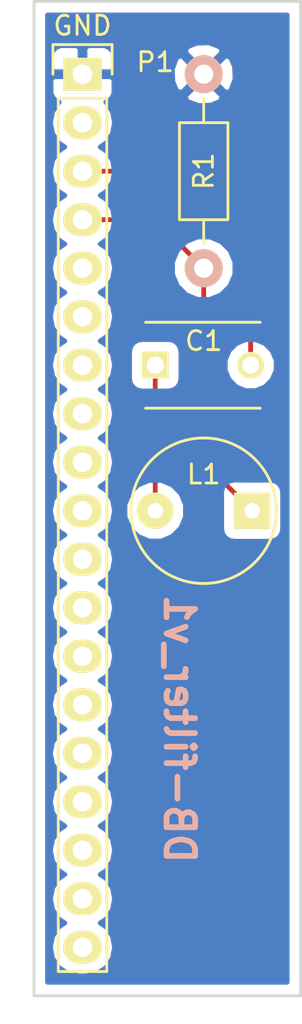
<source format=kicad_pcb>
(kicad_pcb (version 4) (host pcbnew 4.0.4+e1-6308~48~ubuntu16.04.1-stable)

  (general
    (links 5)
    (no_connects 0)
    (area 81.961667 59.614999 97.865001 113.47)
    (thickness 1.6)
    (drawings 5)
    (tracks 8)
    (zones 0)
    (modules 4)
    (nets 5)
  )

  (page A4)
  (layers
    (0 F.Cu signal)
    (31 B.Cu signal)
    (32 B.Adhes user)
    (33 F.Adhes user)
    (34 B.Paste user)
    (35 F.Paste user)
    (36 B.SilkS user)
    (37 F.SilkS user)
    (38 B.Mask user)
    (39 F.Mask user)
    (40 Dwgs.User user)
    (41 Cmts.User user)
    (42 Eco1.User user)
    (43 Eco2.User user)
    (44 Edge.Cuts user)
    (45 Margin user)
    (46 B.CrtYd user)
    (47 F.CrtYd user)
    (48 B.Fab user)
    (49 F.Fab user)
  )

  (setup
    (last_trace_width 0.25)
    (trace_clearance 0.2)
    (zone_clearance 0.508)
    (zone_45_only no)
    (trace_min 0.2)
    (segment_width 0.2)
    (edge_width 0.15)
    (via_size 0.6)
    (via_drill 0.4)
    (via_min_size 0.4)
    (via_min_drill 0.3)
    (uvia_size 0.3)
    (uvia_drill 0.1)
    (uvias_allowed no)
    (uvia_min_size 0.2)
    (uvia_min_drill 0.1)
    (pcb_text_width 0.3)
    (pcb_text_size 1.5 1.5)
    (mod_edge_width 0.15)
    (mod_text_size 1 1)
    (mod_text_width 0.15)
    (pad_size 1.524 1.524)
    (pad_drill 0.762)
    (pad_to_mask_clearance 0.2)
    (aux_axis_origin 0 0)
    (visible_elements 7FFFFFFF)
    (pcbplotparams
      (layerselection 0x010fc_80000001)
      (usegerberextensions true)
      (excludeedgelayer true)
      (linewidth 0.100000)
      (plotframeref false)
      (viasonmask false)
      (mode 1)
      (useauxorigin false)
      (hpglpennumber 1)
      (hpglpenspeed 20)
      (hpglpendiameter 15)
      (hpglpenoverlay 2)
      (psnegative false)
      (psa4output false)
      (plotreference true)
      (plotvalue true)
      (plotinvisibletext false)
      (padsonsilk false)
      (subtractmaskfromsilk false)
      (outputformat 1)
      (mirror false)
      (drillshape 0)
      (scaleselection 1)
      (outputdirectory ../gerber/))
  )

  (net 0 "")
  (net 1 "Net-(C1-Pad1)")
  (net 2 "Net-(C1-Pad2)")
  (net 3 "Net-(L1-Pad1)")
  (net 4 GND)

  (net_class Default "This is the default net class."
    (clearance 0.2)
    (trace_width 0.25)
    (via_dia 0.6)
    (via_drill 0.4)
    (uvia_dia 0.3)
    (uvia_drill 0.1)
    (add_net GND)
    (add_net "Net-(C1-Pad1)")
    (add_net "Net-(C1-Pad2)")
    (add_net "Net-(L1-Pad1)")
  )

  (module Echopen:INDUCTOR_TH_common (layer F.Cu) (tedit 580DD916) (tstamp 57BC7526)
    (at 92.71 86.36 180)
    (descr "Inductor (vertical)")
    (tags INDUCTOR)
    (path /57A4BB11)
    (attr smd)
    (fp_text reference L1 (at 0 1.905 180) (layer F.SilkS)
      (effects (font (size 1 1) (thickness 0.15)))
    )
    (fp_text value 10u (at 0.09906 -1.99898 180) (layer F.Fab)
      (effects (font (size 1 1) (thickness 0.15)))
    )
    (fp_circle (center 0 0) (end 3.81 0) (layer F.SilkS) (width 0.15))
    (pad 1 thru_hole rect (at -2.54 0 180) (size 1.905 1.905) (drill 0.8128) (layers *.Cu *.Mask F.SilkS)
      (net 3 "Net-(L1-Pad1)"))
    (pad 2 thru_hole circle (at 2.54 0 180) (size 1.905 1.905) (drill 0.8128) (layers *.Cu *.Mask F.SilkS)
      (net 1 "Net-(C1-Pad1)"))
    (model Inductors.3dshapes/INDUCTOR_V.wrl
      (at (xyz 0 0 0))
      (scale (xyz 2 2 2))
      (rotate (xyz 0 0 0))
    )
  )

  (module Echopen:C_TH_common (layer F.Cu) (tedit 57B463AA) (tstamp 57BC7521)
    (at 90.17 78.74)
    (descr "Capacitor 6mm Disc, Pitch 5mm")
    (tags Capacitor)
    (path /57A4BA83)
    (attr smd)
    (fp_text reference C1 (at 2.54 -1.27) (layer F.SilkS)
      (effects (font (size 1 1) (thickness 0.15)))
    )
    (fp_text value 1n (at 2.54 1.27) (layer F.Fab)
      (effects (font (size 1 1) (thickness 0.15)))
    )
    (fp_line (start -0.95 -2.5) (end 5.95 -2.5) (layer F.CrtYd) (width 0.05))
    (fp_line (start 5.95 -2.5) (end 5.95 2.5) (layer F.CrtYd) (width 0.05))
    (fp_line (start 5.95 2.5) (end -0.95 2.5) (layer F.CrtYd) (width 0.05))
    (fp_line (start -0.95 2.5) (end -0.95 -2.5) (layer F.CrtYd) (width 0.05))
    (fp_line (start -0.5 -2.25) (end 5.5 -2.25) (layer F.SilkS) (width 0.15))
    (fp_line (start 5.5 2.25) (end -0.5 2.25) (layer F.SilkS) (width 0.15))
    (pad 1 thru_hole rect (at 0 0) (size 1.4 1.4) (drill 0.9) (layers *.Cu *.Mask F.SilkS)
      (net 1 "Net-(C1-Pad1)"))
    (pad 2 thru_hole circle (at 5 0) (size 1.4 1.4) (drill 0.9) (layers *.Cu *.Mask F.SilkS)
      (net 2 "Net-(C1-Pad2)"))
    (model Capacitors_ThroughHole.3dshapes/C_Disc_D6_P5.wrl
      (at (xyz 0.098425 0 0))
      (scale (xyz 1 1 1))
      (rotate (xyz 0 0 0))
    )
  )

  (module Echopen:Header_pin_angled_1x19 (layer F.Cu) (tedit 580DDAA9) (tstamp 57BC752B)
    (at 86.36 86.36)
    (descr "Through hole socket strip")
    (tags "socket strip")
    (path /57A84EF6)
    (attr smd)
    (fp_text reference P1 (at 3.81 -23.495) (layer F.SilkS)
      (effects (font (size 1 1) (thickness 0.15)))
    )
    (fp_text value CONN_01X19 (at 0.635 26.035) (layer F.Fab)
      (effects (font (size 1 1) (thickness 0.15)))
    )
    (fp_text user GND (at 0 -25.4) (layer F.SilkS)
      (effects (font (size 1 1) (thickness 0.15)))
    )
    (fp_line (start 1.75 -24.61) (end -1.75 -24.61) (layer F.CrtYd) (width 0.05))
    (fp_line (start 1.75 24.64) (end -1.75 24.64) (layer F.CrtYd) (width 0.05))
    (fp_line (start 1.75 -24.61) (end 1.75 24.64) (layer F.CrtYd) (width 0.05))
    (fp_line (start -1.75 -24.61) (end -1.75 24.64) (layer F.CrtYd) (width 0.05))
    (fp_line (start -1.27 -21.59) (end -1.27 24.13) (layer F.SilkS) (width 0.15))
    (fp_line (start -1.27 24.13) (end 1.27 24.13) (layer F.SilkS) (width 0.15))
    (fp_line (start 1.27 24.13) (end 1.27 -21.59) (layer F.SilkS) (width 0.15))
    (fp_line (start -1.55 -24.41) (end -1.55 -22.86) (layer F.SilkS) (width 0.15))
    (fp_line (start -1.27 -21.59) (end 1.27 -21.59) (layer F.SilkS) (width 0.15))
    (fp_line (start 1.55 -22.86) (end 1.55 -24.41) (layer F.SilkS) (width 0.15))
    (fp_line (start 1.55 -24.41) (end -1.55 -24.41) (layer F.SilkS) (width 0.15))
    (pad 1 thru_hole rect (at 0 -22.86 270) (size 1.7272 2.032) (drill 1.016) (layers *.Cu *.Mask F.SilkS)
      (net 4 GND))
    (pad 2 thru_hole oval (at 0 -20.32 270) (size 1.7272 2.032) (drill 1.016) (layers *.Cu *.Mask F.SilkS))
    (pad 3 thru_hole oval (at 0 -17.78 270) (size 1.7272 2.032) (drill 1.016) (layers *.Cu *.Mask F.SilkS)
      (net 2 "Net-(C1-Pad2)"))
    (pad 4 thru_hole oval (at 0 -15.24 270) (size 1.7272 2.032) (drill 1.016) (layers *.Cu *.Mask F.SilkS)
      (net 3 "Net-(L1-Pad1)"))
    (pad 5 thru_hole oval (at 0 -12.7 270) (size 1.7272 2.032) (drill 1.016) (layers *.Cu *.Mask F.SilkS))
    (pad 6 thru_hole oval (at 0 -10.16 270) (size 1.7272 2.032) (drill 1.016) (layers *.Cu *.Mask F.SilkS))
    (pad 7 thru_hole oval (at 0 -7.62 270) (size 1.7272 2.032) (drill 1.016) (layers *.Cu *.Mask F.SilkS))
    (pad 8 thru_hole oval (at 0 -5.08 270) (size 1.7272 2.032) (drill 1.016) (layers *.Cu *.Mask F.SilkS))
    (pad 9 thru_hole oval (at 0 -2.54 270) (size 1.7272 2.032) (drill 1.016) (layers *.Cu *.Mask F.SilkS))
    (pad 10 thru_hole oval (at 0 0 270) (size 1.7272 2.032) (drill 1.016) (layers *.Cu *.Mask F.SilkS))
    (pad 11 thru_hole oval (at 0 2.54 270) (size 1.7272 2.032) (drill 1.016) (layers *.Cu *.Mask F.SilkS))
    (pad 12 thru_hole oval (at 0 5.08 270) (size 1.7272 2.032) (drill 1.016) (layers *.Cu *.Mask F.SilkS))
    (pad 13 thru_hole oval (at 0 7.62 270) (size 1.7272 2.032) (drill 1.016) (layers *.Cu *.Mask F.SilkS))
    (pad 14 thru_hole oval (at 0 10.16 270) (size 1.7272 2.032) (drill 1.016) (layers *.Cu *.Mask F.SilkS))
    (pad 15 thru_hole oval (at 0 12.7 270) (size 1.7272 2.032) (drill 1.016) (layers *.Cu *.Mask F.SilkS))
    (pad 16 thru_hole oval (at 0 15.24 270) (size 1.7272 2.032) (drill 1.016) (layers *.Cu *.Mask F.SilkS))
    (pad 17 thru_hole oval (at 0 17.78 270) (size 1.7272 2.032) (drill 1.016) (layers *.Cu *.Mask F.SilkS))
    (pad 18 thru_hole oval (at 0 20.32 270) (size 1.7272 2.032) (drill 1.016) (layers *.Cu *.Mask F.SilkS))
    (pad 19 thru_hole oval (at 0 22.86 270) (size 1.7272 2.032) (drill 1.016) (layers *.Cu *.Mask F.SilkS))
    (model Pin_Headers.3dshapes/Pin_Header_Angled_1x19.wrl
      (at (xyz 0 0 0))
      (scale (xyz 1 1 1))
      (rotate (xyz 0 0 -90))
    )
  )

  (module Echopen:Resistor_TH_common (layer F.Cu) (tedit 580DD939) (tstamp 57BC7541)
    (at 92.71 73.66 90)
    (descr "Resistor, Axial,  RM 10mm, 1/3W")
    (tags "Resistor Axial RM 10mm 1/3W")
    (path /57A4BBB6)
    (attr smd)
    (fp_text reference R1 (at 5.08 0 90) (layer F.SilkS)
      (effects (font (size 1 1) (thickness 0.15)))
    )
    (fp_text value 330 (at 5.08 1.905 90) (layer F.Fab)
      (effects (font (size 1 1) (thickness 0.15)))
    )
    (fp_line (start -1.25 -1.5) (end 11.4 -1.5) (layer F.CrtYd) (width 0.05))
    (fp_line (start -1.25 1.5) (end -1.25 -1.5) (layer F.CrtYd) (width 0.05))
    (fp_line (start 11.4 -1.5) (end 11.4 1.5) (layer F.CrtYd) (width 0.05))
    (fp_line (start -1.25 1.5) (end 11.4 1.5) (layer F.CrtYd) (width 0.05))
    (fp_line (start 2.54 -1.27) (end 7.62 -1.27) (layer F.SilkS) (width 0.15))
    (fp_line (start 7.62 -1.27) (end 7.62 1.27) (layer F.SilkS) (width 0.15))
    (fp_line (start 7.62 1.27) (end 2.54 1.27) (layer F.SilkS) (width 0.15))
    (fp_line (start 2.54 1.27) (end 2.54 -1.27) (layer F.SilkS) (width 0.15))
    (fp_line (start 2.54 0) (end 1.27 0) (layer F.SilkS) (width 0.15))
    (fp_line (start 7.62 0) (end 8.89 0) (layer F.SilkS) (width 0.15))
    (pad 1 thru_hole circle (at 0 0 90) (size 1.99898 1.99898) (drill 1.00076) (layers *.Cu *.SilkS *.Mask)
      (net 3 "Net-(L1-Pad1)"))
    (pad 2 thru_hole circle (at 10.16 0 90) (size 1.99898 1.99898) (drill 1.00076) (layers *.Cu *.SilkS *.Mask)
      (net 4 GND))
    (model Resistors_ThroughHole.3dshapes/Resistor_Horizontal_RM10mm.wrl
      (at (xyz 0.2 0 0))
      (scale (xyz 0.4 0.4 0.4))
      (rotate (xyz 0 0 0))
    )
  )

  (gr_text DB-filter_v1 (at 91.44 97.79 270) (layer B.SilkS)
    (effects (font (size 1.5 1.5) (thickness 0.3)) (justify mirror))
  )
  (gr_line (start 97.79 111.76) (end 83.82 111.76) (angle 90) (layer Edge.Cuts) (width 0.15))
  (gr_line (start 97.79 59.69) (end 97.79 111.76) (angle 90) (layer Edge.Cuts) (width 0.15))
  (gr_line (start 83.82 59.69) (end 97.79 59.69) (angle 90) (layer Edge.Cuts) (width 0.15))
  (gr_line (start 83.82 59.69) (end 83.82 111.76) (angle 90) (layer Edge.Cuts) (width 0.15))

  (segment (start 90.17 78.74) (end 90.17 86.36) (width 0.25) (layer F.Cu) (net 1))
  (segment (start 86.36 68.58) (end 90.17 68.58) (width 0.25) (layer F.Cu) (net 2))
  (segment (start 95.17 73.58) (end 95.17 78.74) (width 0.25) (layer F.Cu) (net 2) (tstamp 57BC7580))
  (segment (start 90.17 68.58) (end 95.17 73.58) (width 0.25) (layer F.Cu) (net 2) (tstamp 57BC757D))
  (segment (start 86.36 71.12) (end 90.17 71.12) (width 0.25) (layer F.Cu) (net 3))
  (segment (start 90.17 71.12) (end 92.71 73.66) (width 0.25) (layer F.Cu) (net 3) (tstamp 57BC7579))
  (segment (start 92.71 73.66) (end 92.71 83.82) (width 0.25) (layer F.Cu) (net 3))
  (segment (start 92.71 83.82) (end 95.25 86.36) (width 0.25) (layer F.Cu) (net 3) (tstamp 57BB3B64))

  (zone (net 4) (net_name GND) (layer F.Cu) (tstamp 57BC756E) (hatch edge 0.508)
    (connect_pads (clearance 0.508))
    (min_thickness 0.254)
    (fill yes (arc_segments 16) (thermal_gap 0.508) (thermal_bridge_width 0.508))
    (polygon
      (pts
        (xy 97.79 111.76) (xy 83.82 111.76) (xy 83.82 59.69) (xy 97.79 59.69)
      )
    )
    (filled_polygon
      (pts
        (xy 97.08 111.05) (xy 84.53 111.05) (xy 84.53 66.04) (xy 84.676655 66.04) (xy 84.790729 66.613489)
        (xy 85.115585 67.09967) (xy 85.430366 67.31) (xy 85.115585 67.52033) (xy 84.790729 68.006511) (xy 84.676655 68.58)
        (xy 84.790729 69.153489) (xy 85.115585 69.63967) (xy 85.430366 69.85) (xy 85.115585 70.06033) (xy 84.790729 70.546511)
        (xy 84.676655 71.12) (xy 84.790729 71.693489) (xy 85.115585 72.17967) (xy 85.430366 72.39) (xy 85.115585 72.60033)
        (xy 84.790729 73.086511) (xy 84.676655 73.66) (xy 84.790729 74.233489) (xy 85.115585 74.71967) (xy 85.430366 74.93)
        (xy 85.115585 75.14033) (xy 84.790729 75.626511) (xy 84.676655 76.2) (xy 84.790729 76.773489) (xy 85.115585 77.25967)
        (xy 85.430366 77.47) (xy 85.115585 77.68033) (xy 84.790729 78.166511) (xy 84.676655 78.74) (xy 84.790729 79.313489)
        (xy 85.115585 79.79967) (xy 85.430366 80.01) (xy 85.115585 80.22033) (xy 84.790729 80.706511) (xy 84.676655 81.28)
        (xy 84.790729 81.853489) (xy 85.115585 82.33967) (xy 85.430366 82.55) (xy 85.115585 82.76033) (xy 84.790729 83.246511)
        (xy 84.676655 83.82) (xy 84.790729 84.393489) (xy 85.115585 84.87967) (xy 85.430366 85.09) (xy 85.115585 85.30033)
        (xy 84.790729 85.786511) (xy 84.676655 86.36) (xy 84.790729 86.933489) (xy 85.115585 87.41967) (xy 85.430366 87.63)
        (xy 85.115585 87.84033) (xy 84.790729 88.326511) (xy 84.676655 88.9) (xy 84.790729 89.473489) (xy 85.115585 89.95967)
        (xy 85.430366 90.17) (xy 85.115585 90.38033) (xy 84.790729 90.866511) (xy 84.676655 91.44) (xy 84.790729 92.013489)
        (xy 85.115585 92.49967) (xy 85.430366 92.71) (xy 85.115585 92.92033) (xy 84.790729 93.406511) (xy 84.676655 93.98)
        (xy 84.790729 94.553489) (xy 85.115585 95.03967) (xy 85.430366 95.25) (xy 85.115585 95.46033) (xy 84.790729 95.946511)
        (xy 84.676655 96.52) (xy 84.790729 97.093489) (xy 85.115585 97.57967) (xy 85.430366 97.79) (xy 85.115585 98.00033)
        (xy 84.790729 98.486511) (xy 84.676655 99.06) (xy 84.790729 99.633489) (xy 85.115585 100.11967) (xy 85.430366 100.33)
        (xy 85.115585 100.54033) (xy 84.790729 101.026511) (xy 84.676655 101.6) (xy 84.790729 102.173489) (xy 85.115585 102.65967)
        (xy 85.430366 102.87) (xy 85.115585 103.08033) (xy 84.790729 103.566511) (xy 84.676655 104.14) (xy 84.790729 104.713489)
        (xy 85.115585 105.19967) (xy 85.430366 105.41) (xy 85.115585 105.62033) (xy 84.790729 106.106511) (xy 84.676655 106.68)
        (xy 84.790729 107.253489) (xy 85.115585 107.73967) (xy 85.430366 107.95) (xy 85.115585 108.16033) (xy 84.790729 108.646511)
        (xy 84.676655 109.22) (xy 84.790729 109.793489) (xy 85.115585 110.27967) (xy 85.601766 110.604526) (xy 86.175255 110.7186)
        (xy 86.544745 110.7186) (xy 87.118234 110.604526) (xy 87.604415 110.27967) (xy 87.929271 109.793489) (xy 88.043345 109.22)
        (xy 87.929271 108.646511) (xy 87.604415 108.16033) (xy 87.289634 107.95) (xy 87.604415 107.73967) (xy 87.929271 107.253489)
        (xy 88.043345 106.68) (xy 87.929271 106.106511) (xy 87.604415 105.62033) (xy 87.289634 105.41) (xy 87.604415 105.19967)
        (xy 87.929271 104.713489) (xy 88.043345 104.14) (xy 87.929271 103.566511) (xy 87.604415 103.08033) (xy 87.289634 102.87)
        (xy 87.604415 102.65967) (xy 87.929271 102.173489) (xy 88.043345 101.6) (xy 87.929271 101.026511) (xy 87.604415 100.54033)
        (xy 87.289634 100.33) (xy 87.604415 100.11967) (xy 87.929271 99.633489) (xy 88.043345 99.06) (xy 87.929271 98.486511)
        (xy 87.604415 98.00033) (xy 87.289634 97.79) (xy 87.604415 97.57967) (xy 87.929271 97.093489) (xy 88.043345 96.52)
        (xy 87.929271 95.946511) (xy 87.604415 95.46033) (xy 87.289634 95.25) (xy 87.604415 95.03967) (xy 87.929271 94.553489)
        (xy 88.043345 93.98) (xy 87.929271 93.406511) (xy 87.604415 92.92033) (xy 87.289634 92.71) (xy 87.604415 92.49967)
        (xy 87.929271 92.013489) (xy 88.043345 91.44) (xy 87.929271 90.866511) (xy 87.604415 90.38033) (xy 87.289634 90.17)
        (xy 87.604415 89.95967) (xy 87.929271 89.473489) (xy 88.043345 88.9) (xy 87.929271 88.326511) (xy 87.604415 87.84033)
        (xy 87.289634 87.63) (xy 87.604415 87.41967) (xy 87.929271 86.933489) (xy 87.980809 86.674388) (xy 88.582225 86.674388)
        (xy 88.823398 87.258072) (xy 89.269579 87.705032) (xy 89.852841 87.947224) (xy 90.484388 87.947775) (xy 91.068072 87.706602)
        (xy 91.515032 87.260421) (xy 91.757224 86.677159) (xy 91.757775 86.045612) (xy 91.516602 85.461928) (xy 91.070421 85.014968)
        (xy 90.93 84.95666) (xy 90.93 80.07615) (xy 91.105317 80.043162) (xy 91.321441 79.90409) (xy 91.466431 79.69189)
        (xy 91.51744 79.44) (xy 91.51744 78.04) (xy 91.473162 77.804683) (xy 91.33409 77.588559) (xy 91.12189 77.443569)
        (xy 90.87 77.39256) (xy 89.47 77.39256) (xy 89.234683 77.436838) (xy 89.018559 77.57591) (xy 88.873569 77.78811)
        (xy 88.82256 78.04) (xy 88.82256 79.44) (xy 88.866838 79.675317) (xy 89.00591 79.891441) (xy 89.21811 80.036431)
        (xy 89.41 80.07529) (xy 89.41 84.956348) (xy 89.271928 85.013398) (xy 88.824968 85.459579) (xy 88.582776 86.042841)
        (xy 88.582225 86.674388) (xy 87.980809 86.674388) (xy 88.043345 86.36) (xy 87.929271 85.786511) (xy 87.604415 85.30033)
        (xy 87.289634 85.09) (xy 87.604415 84.87967) (xy 87.929271 84.393489) (xy 88.043345 83.82) (xy 87.929271 83.246511)
        (xy 87.604415 82.76033) (xy 87.289634 82.55) (xy 87.604415 82.33967) (xy 87.929271 81.853489) (xy 88.043345 81.28)
        (xy 87.929271 80.706511) (xy 87.604415 80.22033) (xy 87.289634 80.01) (xy 87.604415 79.79967) (xy 87.929271 79.313489)
        (xy 88.043345 78.74) (xy 87.929271 78.166511) (xy 87.604415 77.68033) (xy 87.289634 77.47) (xy 87.604415 77.25967)
        (xy 87.929271 76.773489) (xy 88.043345 76.2) (xy 87.929271 75.626511) (xy 87.604415 75.14033) (xy 87.289634 74.93)
        (xy 87.604415 74.71967) (xy 87.929271 74.233489) (xy 88.043345 73.66) (xy 87.929271 73.086511) (xy 87.604415 72.60033)
        (xy 87.289634 72.39) (xy 87.604415 72.17967) (xy 87.804648 71.88) (xy 89.855198 71.88) (xy 91.144115 73.168917)
        (xy 91.075794 73.333453) (xy 91.075226 73.983694) (xy 91.323538 74.584655) (xy 91.782927 75.044846) (xy 91.95 75.114221)
        (xy 91.95 83.82) (xy 92.007852 84.110839) (xy 92.172599 84.357401) (xy 93.65006 85.834862) (xy 93.65006 87.3125)
        (xy 93.694338 87.547817) (xy 93.83341 87.763941) (xy 94.04561 87.908931) (xy 94.2975 87.95994) (xy 96.2025 87.95994)
        (xy 96.437817 87.915662) (xy 96.653941 87.77659) (xy 96.798931 87.56439) (xy 96.84994 87.3125) (xy 96.84994 85.4075)
        (xy 96.805662 85.172183) (xy 96.66659 84.956059) (xy 96.45439 84.811069) (xy 96.2025 84.76006) (xy 94.724862 84.76006)
        (xy 93.47 83.505198) (xy 93.47 75.114496) (xy 93.634655 75.046462) (xy 94.094846 74.587073) (xy 94.344206 73.986547)
        (xy 94.344343 73.829145) (xy 94.41 73.894802) (xy 94.41 77.612345) (xy 94.038902 77.982796) (xy 93.835232 78.473287)
        (xy 93.834769 79.004383) (xy 94.037582 79.495229) (xy 94.412796 79.871098) (xy 94.903287 80.074768) (xy 95.434383 80.075231)
        (xy 95.925229 79.872418) (xy 96.301098 79.497204) (xy 96.504768 79.006713) (xy 96.505231 78.475617) (xy 96.302418 77.984771)
        (xy 95.93 77.611703) (xy 95.93 73.58) (xy 95.872148 73.289161) (xy 95.707401 73.042599) (xy 90.707401 68.042599)
        (xy 90.460839 67.877852) (xy 90.17 67.82) (xy 87.804648 67.82) (xy 87.604415 67.52033) (xy 87.289634 67.31)
        (xy 87.604415 67.09967) (xy 87.929271 66.613489) (xy 88.043345 66.04) (xy 87.929271 65.466511) (xy 87.604415 64.98033)
        (xy 87.58222 64.9655) (xy 87.735699 64.901927) (xy 87.914327 64.723298) (xy 87.943792 64.652163) (xy 91.737443 64.652163)
        (xy 91.836042 64.918965) (xy 92.445582 65.145401) (xy 93.095377 65.121341) (xy 93.583958 64.918965) (xy 93.682557 64.652163)
        (xy 92.71 63.679605) (xy 91.737443 64.652163) (xy 87.943792 64.652163) (xy 88.011 64.489909) (xy 88.011 63.78575)
        (xy 87.85225 63.627) (xy 86.487 63.627) (xy 86.487 63.647) (xy 86.233 63.647) (xy 86.233 63.627)
        (xy 84.86775 63.627) (xy 84.709 63.78575) (xy 84.709 64.489909) (xy 84.805673 64.723298) (xy 84.984301 64.901927)
        (xy 85.13778 64.9655) (xy 85.115585 64.98033) (xy 84.790729 65.466511) (xy 84.676655 66.04) (xy 84.53 66.04)
        (xy 84.53 62.510091) (xy 84.709 62.510091) (xy 84.709 63.21425) (xy 84.86775 63.373) (xy 86.233 63.373)
        (xy 86.233 62.16015) (xy 86.487 62.16015) (xy 86.487 63.373) (xy 87.85225 63.373) (xy 87.989668 63.235582)
        (xy 91.064599 63.235582) (xy 91.088659 63.885377) (xy 91.291035 64.373958) (xy 91.557837 64.472557) (xy 92.530395 63.5)
        (xy 92.889605 63.5) (xy 93.862163 64.472557) (xy 94.128965 64.373958) (xy 94.355401 63.764418) (xy 94.331341 63.114623)
        (xy 94.128965 62.626042) (xy 93.862163 62.527443) (xy 92.889605 63.5) (xy 92.530395 63.5) (xy 91.557837 62.527443)
        (xy 91.291035 62.626042) (xy 91.064599 63.235582) (xy 87.989668 63.235582) (xy 88.011 63.21425) (xy 88.011 62.510091)
        (xy 87.943793 62.347837) (xy 91.737443 62.347837) (xy 92.71 63.320395) (xy 93.682557 62.347837) (xy 93.583958 62.081035)
        (xy 92.974418 61.854599) (xy 92.324623 61.878659) (xy 91.836042 62.081035) (xy 91.737443 62.347837) (xy 87.943793 62.347837)
        (xy 87.914327 62.276702) (xy 87.735699 62.098073) (xy 87.50231 62.0014) (xy 86.64575 62.0014) (xy 86.487 62.16015)
        (xy 86.233 62.16015) (xy 86.07425 62.0014) (xy 85.21769 62.0014) (xy 84.984301 62.098073) (xy 84.805673 62.276702)
        (xy 84.709 62.510091) (xy 84.53 62.510091) (xy 84.53 60.4) (xy 97.08 60.4)
      )
    )
  )
  (zone (net 4) (net_name GND) (layer B.Cu) (tstamp 57BC756F) (hatch edge 0.508)
    (connect_pads (clearance 0.508))
    (min_thickness 0.254)
    (fill yes (arc_segments 16) (thermal_gap 0.508) (thermal_bridge_width 0.508))
    (polygon
      (pts
        (xy 97.79 111.76) (xy 83.82 111.76) (xy 83.82 59.69) (xy 97.79 59.69)
      )
    )
    (filled_polygon
      (pts
        (xy 97.08 111.05) (xy 84.53 111.05) (xy 84.53 66.04) (xy 84.676655 66.04) (xy 84.790729 66.613489)
        (xy 85.115585 67.09967) (xy 85.430366 67.31) (xy 85.115585 67.52033) (xy 84.790729 68.006511) (xy 84.676655 68.58)
        (xy 84.790729 69.153489) (xy 85.115585 69.63967) (xy 85.430366 69.85) (xy 85.115585 70.06033) (xy 84.790729 70.546511)
        (xy 84.676655 71.12) (xy 84.790729 71.693489) (xy 85.115585 72.17967) (xy 85.430366 72.39) (xy 85.115585 72.60033)
        (xy 84.790729 73.086511) (xy 84.676655 73.66) (xy 84.790729 74.233489) (xy 85.115585 74.71967) (xy 85.430366 74.93)
        (xy 85.115585 75.14033) (xy 84.790729 75.626511) (xy 84.676655 76.2) (xy 84.790729 76.773489) (xy 85.115585 77.25967)
        (xy 85.430366 77.47) (xy 85.115585 77.68033) (xy 84.790729 78.166511) (xy 84.676655 78.74) (xy 84.790729 79.313489)
        (xy 85.115585 79.79967) (xy 85.430366 80.01) (xy 85.115585 80.22033) (xy 84.790729 80.706511) (xy 84.676655 81.28)
        (xy 84.790729 81.853489) (xy 85.115585 82.33967) (xy 85.430366 82.55) (xy 85.115585 82.76033) (xy 84.790729 83.246511)
        (xy 84.676655 83.82) (xy 84.790729 84.393489) (xy 85.115585 84.87967) (xy 85.430366 85.09) (xy 85.115585 85.30033)
        (xy 84.790729 85.786511) (xy 84.676655 86.36) (xy 84.790729 86.933489) (xy 85.115585 87.41967) (xy 85.430366 87.63)
        (xy 85.115585 87.84033) (xy 84.790729 88.326511) (xy 84.676655 88.9) (xy 84.790729 89.473489) (xy 85.115585 89.95967)
        (xy 85.430366 90.17) (xy 85.115585 90.38033) (xy 84.790729 90.866511) (xy 84.676655 91.44) (xy 84.790729 92.013489)
        (xy 85.115585 92.49967) (xy 85.430366 92.71) (xy 85.115585 92.92033) (xy 84.790729 93.406511) (xy 84.676655 93.98)
        (xy 84.790729 94.553489) (xy 85.115585 95.03967) (xy 85.430366 95.25) (xy 85.115585 95.46033) (xy 84.790729 95.946511)
        (xy 84.676655 96.52) (xy 84.790729 97.093489) (xy 85.115585 97.57967) (xy 85.430366 97.79) (xy 85.115585 98.00033)
        (xy 84.790729 98.486511) (xy 84.676655 99.06) (xy 84.790729 99.633489) (xy 85.115585 100.11967) (xy 85.430366 100.33)
        (xy 85.115585 100.54033) (xy 84.790729 101.026511) (xy 84.676655 101.6) (xy 84.790729 102.173489) (xy 85.115585 102.65967)
        (xy 85.430366 102.87) (xy 85.115585 103.08033) (xy 84.790729 103.566511) (xy 84.676655 104.14) (xy 84.790729 104.713489)
        (xy 85.115585 105.19967) (xy 85.430366 105.41) (xy 85.115585 105.62033) (xy 84.790729 106.106511) (xy 84.676655 106.68)
        (xy 84.790729 107.253489) (xy 85.115585 107.73967) (xy 85.430366 107.95) (xy 85.115585 108.16033) (xy 84.790729 108.646511)
        (xy 84.676655 109.22) (xy 84.790729 109.793489) (xy 85.115585 110.27967) (xy 85.601766 110.604526) (xy 86.175255 110.7186)
        (xy 86.544745 110.7186) (xy 87.118234 110.604526) (xy 87.604415 110.27967) (xy 87.929271 109.793489) (xy 88.043345 109.22)
        (xy 87.929271 108.646511) (xy 87.604415 108.16033) (xy 87.289634 107.95) (xy 87.604415 107.73967) (xy 87.929271 107.253489)
        (xy 88.043345 106.68) (xy 87.929271 106.106511) (xy 87.604415 105.62033) (xy 87.289634 105.41) (xy 87.604415 105.19967)
        (xy 87.929271 104.713489) (xy 88.043345 104.14) (xy 87.929271 103.566511) (xy 87.604415 103.08033) (xy 87.289634 102.87)
        (xy 87.604415 102.65967) (xy 87.929271 102.173489) (xy 88.043345 101.6) (xy 87.929271 101.026511) (xy 87.604415 100.54033)
        (xy 87.289634 100.33) (xy 87.604415 100.11967) (xy 87.929271 99.633489) (xy 88.043345 99.06) (xy 87.929271 98.486511)
        (xy 87.604415 98.00033) (xy 87.289634 97.79) (xy 87.604415 97.57967) (xy 87.929271 97.093489) (xy 88.043345 96.52)
        (xy 87.929271 95.946511) (xy 87.604415 95.46033) (xy 87.289634 95.25) (xy 87.604415 95.03967) (xy 87.929271 94.553489)
        (xy 88.043345 93.98) (xy 87.929271 93.406511) (xy 87.604415 92.92033) (xy 87.289634 92.71) (xy 87.604415 92.49967)
        (xy 87.929271 92.013489) (xy 88.043345 91.44) (xy 87.929271 90.866511) (xy 87.604415 90.38033) (xy 87.289634 90.17)
        (xy 87.604415 89.95967) (xy 87.929271 89.473489) (xy 88.043345 88.9) (xy 87.929271 88.326511) (xy 87.604415 87.84033)
        (xy 87.289634 87.63) (xy 87.604415 87.41967) (xy 87.929271 86.933489) (xy 87.980809 86.674388) (xy 88.582225 86.674388)
        (xy 88.823398 87.258072) (xy 89.269579 87.705032) (xy 89.852841 87.947224) (xy 90.484388 87.947775) (xy 91.068072 87.706602)
        (xy 91.515032 87.260421) (xy 91.757224 86.677159) (xy 91.757775 86.045612) (xy 91.516602 85.461928) (xy 91.462269 85.4075)
        (xy 93.65006 85.4075) (xy 93.65006 87.3125) (xy 93.694338 87.547817) (xy 93.83341 87.763941) (xy 94.04561 87.908931)
        (xy 94.2975 87.95994) (xy 96.2025 87.95994) (xy 96.437817 87.915662) (xy 96.653941 87.77659) (xy 96.798931 87.56439)
        (xy 96.84994 87.3125) (xy 96.84994 85.4075) (xy 96.805662 85.172183) (xy 96.66659 84.956059) (xy 96.45439 84.811069)
        (xy 96.2025 84.76006) (xy 94.2975 84.76006) (xy 94.062183 84.804338) (xy 93.846059 84.94341) (xy 93.701069 85.15561)
        (xy 93.65006 85.4075) (xy 91.462269 85.4075) (xy 91.070421 85.014968) (xy 90.487159 84.772776) (xy 89.855612 84.772225)
        (xy 89.271928 85.013398) (xy 88.824968 85.459579) (xy 88.582776 86.042841) (xy 88.582225 86.674388) (xy 87.980809 86.674388)
        (xy 88.043345 86.36) (xy 87.929271 85.786511) (xy 87.604415 85.30033) (xy 87.289634 85.09) (xy 87.604415 84.87967)
        (xy 87.929271 84.393489) (xy 88.043345 83.82) (xy 87.929271 83.246511) (xy 87.604415 82.76033) (xy 87.289634 82.55)
        (xy 87.604415 82.33967) (xy 87.929271 81.853489) (xy 88.043345 81.28) (xy 87.929271 80.706511) (xy 87.604415 80.22033)
        (xy 87.289634 80.01) (xy 87.604415 79.79967) (xy 87.929271 79.313489) (xy 88.043345 78.74) (xy 87.929271 78.166511)
        (xy 87.844739 78.04) (xy 88.82256 78.04) (xy 88.82256 79.44) (xy 88.866838 79.675317) (xy 89.00591 79.891441)
        (xy 89.21811 80.036431) (xy 89.47 80.08744) (xy 90.87 80.08744) (xy 91.105317 80.043162) (xy 91.321441 79.90409)
        (xy 91.466431 79.69189) (xy 91.51744 79.44) (xy 91.51744 79.004383) (xy 93.834769 79.004383) (xy 94.037582 79.495229)
        (xy 94.412796 79.871098) (xy 94.903287 80.074768) (xy 95.434383 80.075231) (xy 95.925229 79.872418) (xy 96.301098 79.497204)
        (xy 96.504768 79.006713) (xy 96.505231 78.475617) (xy 96.302418 77.984771) (xy 95.927204 77.608902) (xy 95.436713 77.405232)
        (xy 94.905617 77.404769) (xy 94.414771 77.607582) (xy 94.038902 77.982796) (xy 93.835232 78.473287) (xy 93.834769 79.004383)
        (xy 91.51744 79.004383) (xy 91.51744 78.04) (xy 91.473162 77.804683) (xy 91.33409 77.588559) (xy 91.12189 77.443569)
        (xy 90.87 77.39256) (xy 89.47 77.39256) (xy 89.234683 77.436838) (xy 89.018559 77.57591) (xy 88.873569 77.78811)
        (xy 88.82256 78.04) (xy 87.844739 78.04) (xy 87.604415 77.68033) (xy 87.289634 77.47) (xy 87.604415 77.25967)
        (xy 87.929271 76.773489) (xy 88.043345 76.2) (xy 87.929271 75.626511) (xy 87.604415 75.14033) (xy 87.289634 74.93)
        (xy 87.604415 74.71967) (xy 87.929271 74.233489) (xy 87.978958 73.983694) (xy 91.075226 73.983694) (xy 91.323538 74.584655)
        (xy 91.782927 75.044846) (xy 92.383453 75.294206) (xy 93.033694 75.294774) (xy 93.634655 75.046462) (xy 94.094846 74.587073)
        (xy 94.344206 73.986547) (xy 94.344774 73.336306) (xy 94.096462 72.735345) (xy 93.637073 72.275154) (xy 93.036547 72.025794)
        (xy 92.386306 72.025226) (xy 91.785345 72.273538) (xy 91.325154 72.732927) (xy 91.075794 73.333453) (xy 91.075226 73.983694)
        (xy 87.978958 73.983694) (xy 88.043345 73.66) (xy 87.929271 73.086511) (xy 87.604415 72.60033) (xy 87.289634 72.39)
        (xy 87.604415 72.17967) (xy 87.929271 71.693489) (xy 88.043345 71.12) (xy 87.929271 70.546511) (xy 87.604415 70.06033)
        (xy 87.289634 69.85) (xy 87.604415 69.63967) (xy 87.929271 69.153489) (xy 88.043345 68.58) (xy 87.929271 68.006511)
        (xy 87.604415 67.52033) (xy 87.289634 67.31) (xy 87.604415 67.09967) (xy 87.929271 66.613489) (xy 88.043345 66.04)
        (xy 87.929271 65.466511) (xy 87.604415 64.98033) (xy 87.58222 64.9655) (xy 87.735699 64.901927) (xy 87.914327 64.723298)
        (xy 87.943792 64.652163) (xy 91.737443 64.652163) (xy 91.836042 64.918965) (xy 92.445582 65.145401) (xy 93.095377 65.121341)
        (xy 93.583958 64.918965) (xy 93.682557 64.652163) (xy 92.71 63.679605) (xy 91.737443 64.652163) (xy 87.943792 64.652163)
        (xy 88.011 64.489909) (xy 88.011 63.78575) (xy 87.85225 63.627) (xy 86.487 63.627) (xy 86.487 63.647)
        (xy 86.233 63.647) (xy 86.233 63.627) (xy 84.86775 63.627) (xy 84.709 63.78575) (xy 84.709 64.489909)
        (xy 84.805673 64.723298) (xy 84.984301 64.901927) (xy 85.13778 64.9655) (xy 85.115585 64.98033) (xy 84.790729 65.466511)
        (xy 84.676655 66.04) (xy 84.53 66.04) (xy 84.53 62.510091) (xy 84.709 62.510091) (xy 84.709 63.21425)
        (xy 84.86775 63.373) (xy 86.233 63.373) (xy 86.233 62.16015) (xy 86.487 62.16015) (xy 86.487 63.373)
        (xy 87.85225 63.373) (xy 87.989668 63.235582) (xy 91.064599 63.235582) (xy 91.088659 63.885377) (xy 91.291035 64.373958)
        (xy 91.557837 64.472557) (xy 92.530395 63.5) (xy 92.889605 63.5) (xy 93.862163 64.472557) (xy 94.128965 64.373958)
        (xy 94.355401 63.764418) (xy 94.331341 63.114623) (xy 94.128965 62.626042) (xy 93.862163 62.527443) (xy 92.889605 63.5)
        (xy 92.530395 63.5) (xy 91.557837 62.527443) (xy 91.291035 62.626042) (xy 91.064599 63.235582) (xy 87.989668 63.235582)
        (xy 88.011 63.21425) (xy 88.011 62.510091) (xy 87.943793 62.347837) (xy 91.737443 62.347837) (xy 92.71 63.320395)
        (xy 93.682557 62.347837) (xy 93.583958 62.081035) (xy 92.974418 61.854599) (xy 92.324623 61.878659) (xy 91.836042 62.081035)
        (xy 91.737443 62.347837) (xy 87.943793 62.347837) (xy 87.914327 62.276702) (xy 87.735699 62.098073) (xy 87.50231 62.0014)
        (xy 86.64575 62.0014) (xy 86.487 62.16015) (xy 86.233 62.16015) (xy 86.07425 62.0014) (xy 85.21769 62.0014)
        (xy 84.984301 62.098073) (xy 84.805673 62.276702) (xy 84.709 62.510091) (xy 84.53 62.510091) (xy 84.53 60.4)
        (xy 97.08 60.4)
      )
    )
  )
)

</source>
